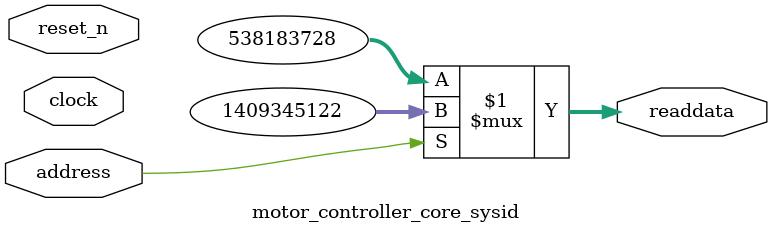
<source format=v>

`timescale 1ns / 1ps
// synthesis translate_on

// turn off superfluous verilog processor warnings 
// altera message_level Level1 
// altera message_off 10034 10035 10036 10037 10230 10240 10030 

module motor_controller_core_sysid (
               // inputs:
                address,
                clock,
                reset_n,

               // outputs:
                readdata
             )
;

  output  [ 31: 0] readdata;
  input            address;
  input            clock;
  input            reset_n;

  wire    [ 31: 0] readdata;
  //control_slave, which is an e_avalon_slave
  assign readdata = address ? 1409345122 : 538183728;

endmodule




</source>
